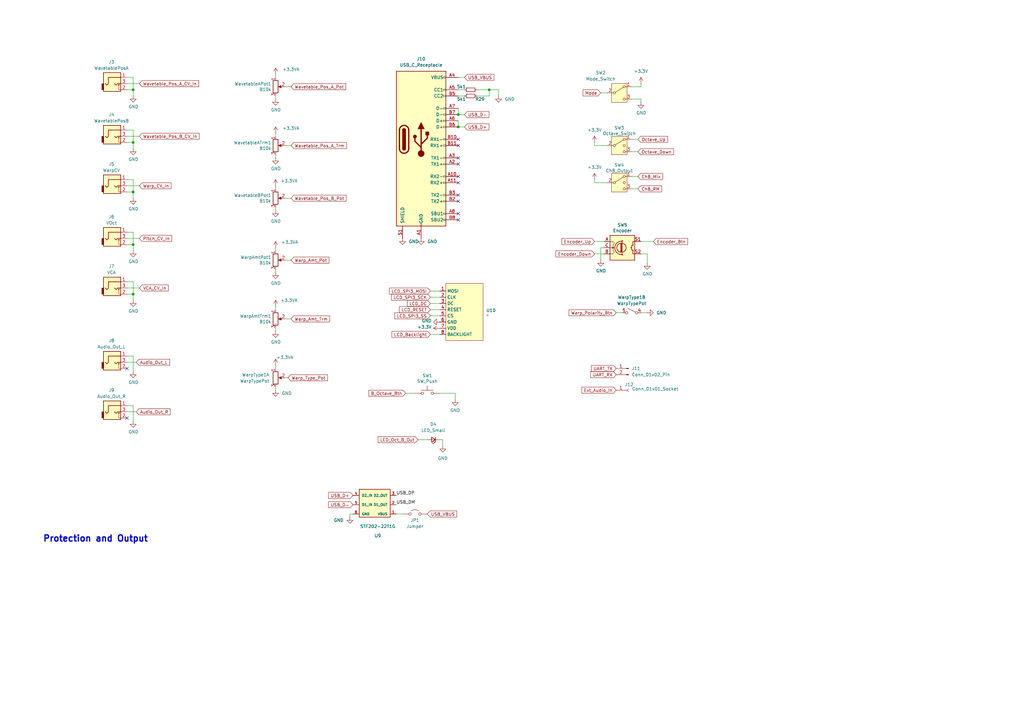
<source format=kicad_sch>
(kicad_sch (version 20231120) (generator "eeschema") (generator_version "8.0")
  (paper "A3")
  (title_block (title "Kishoof Components") (date "2024-04-09") (rev "1.0") (company "Mountjoy Modular"))
  (lib_symbols
    (symbol "Connector:Conn_01x01_Socket" (pin_names (offset 1.016) hide)
      (property "Reference" "J" (at 0 2.54 0))
      (property "Value" "Conn_01x01_Socket" (at 0 -2.54 0))
      (symbol "Conn_01x01_Socket_1_1"
        (polyline (pts (xy -1.27 0) (xy -0.508 0)) (stroke (width 0.1524)))
        (arc (start 0 0.508) (mid -0.5058 0) (end 0 -0.508) (stroke (width 0.1524)))
        (pin passive line (at -5.08 0 0) (length 3.81) (name "Pin_1") (number "1"))
      )
    )
    (symbol "Connector:Conn_01x02_Pin" (pin_names (offset 1.016) hide)
      (property "Reference" "J" (at 0 2.54 0))
      (property "Value" "Conn_01x02_Pin" (at 0 -5.08 0))
      (symbol "Conn_01x02_Pin_1_1"
        (polyline (pts (xy 1.27 -2.54) (xy 0.8636 -2.54)) (stroke (width 0.1524)))
        (polyline (pts (xy 1.27 0) (xy 0.8636 0)) (stroke (width 0.1524)))
        (rectangle (start 0.8636 -2.413) (end 0 -2.667) (stroke (width 0.1524)) (fill (type outline)))
        (rectangle (start 0.8636 0.127) (end 0 -0.127) (stroke (width 0.1524)) (fill (type outline)))
        (pin passive line (at 5.08 0 180) (length 3.81) (name "Pin_1") (number "1"))
        (pin passive line (at 5.08 -2.54 180) (length 3.81) (name "Pin_2") (number "2"))
      )
    )
    (symbol "Connector:USB_C_Receptacle" (pin_names (offset 1.016))
      (property "Reference" "J" (at -10.16 29.21 0))
      (property "Value" "USB_C_Receptacle" (at 10.16 29.21 0))
      (symbol "USB_C_Receptacle_0_0"
        (rectangle (start -0.254 -35.56) (end 0.254 -34.544))
        (rectangle (start 10.16 -32.766) (end 9.144 -33.274))
        (rectangle (start 10.16 -30.226) (end 9.144 -30.734))
        (rectangle (start 10.16 -25.146) (end 9.144 -25.654))
        (rectangle (start 10.16 -22.606) (end 9.144 -23.114))
        (rectangle (start 10.16 -17.526) (end 9.144 -18.034))
        (rectangle (start 10.16 -14.986) (end 9.144 -15.494))
        (rectangle (start 10.16 -9.906) (end 9.144 -10.414))
        (rectangle (start 10.16 -7.366) (end 9.144 -7.874))
        (rectangle (start 10.16 -2.286) (end 9.144 -2.794))
        (rectangle (start 10.16 0.254) (end 9.144 -0.254))
        (rectangle (start 10.16 5.334) (end 9.144 4.826))
        (rectangle (start 10.16 7.874) (end 9.144 7.366))
        (rectangle (start 10.16 10.414) (end 9.144 9.906))
        (rectangle (start 10.16 12.954) (end 9.144 12.446))
        (rectangle (start 10.16 18.034) (end 9.144 17.526))
        (rectangle (start 10.16 20.574) (end 9.144 20.066))
        (rectangle (start 10.16 25.654) (end 9.144 25.146))
      )
      (symbol "USB_C_Receptacle_0_1"
        (rectangle (start -10.16 27.94) (end 10.16 -35.56) (stroke (width 0.254)) (fill (type background)))
        (arc (start -8.89 -3.81) (mid -6.985 -5.7067) (end -5.08 -3.81) (stroke (width 0.508)))
        (arc (start -7.62 -3.81) (mid -6.985 -4.4423) (end -6.35 -3.81) (stroke (width 0.254)))
        (arc (start -7.62 -3.81) (mid -6.985 -4.4423) (end -6.35 -3.81) (stroke (width 0.254)) (fill (type outline)))
        (rectangle (start -7.62 -3.81) (end -6.35 3.81) (stroke (width 0.254)) (fill (type outline)))
        (arc (start -6.35 3.81) (mid -6.985 4.4423) (end -7.62 3.81) (stroke (width 0.254)))
        (arc (start -6.35 3.81) (mid -6.985 4.4423) (end -7.62 3.81) (stroke (width 0.254)) (fill (type outline)))
        (arc (start -5.08 3.81) (mid -6.985 5.7067) (end -8.89 3.81) (stroke (width 0.508)))
        (polyline (pts (xy -8.89 -3.81) (xy -8.89 3.81)) (stroke (width 0.508)))
        (polyline (pts (xy -5.08 3.81) (xy -5.08 -3.81)) (stroke (width 0.508)))
      )
      (symbol "USB_C_Receptacle_1_1"
        (circle (center -2.54 1.143) (radius 0.635) (stroke (width 0.254)) (fill (type outline)))
        (circle (center 0 -5.842) (radius 1.27) (fill (type outline)))
        (polyline (pts (xy 0 -5.842) (xy 0 4.318)) (stroke (width 0.508)))
        (polyline (pts (xy 0 -3.302) (xy -2.54 -0.762) (xy -2.54 0.508)) (stroke (width 0.508)))
        (polyline (pts (xy 0 -2.032) (xy 2.54 0.508) (xy 2.54 1.778)) (stroke (width 0.508)))
        (polyline (pts (xy -1.27 4.318) (xy 0 6.858) (xy 1.27 4.318) (xy -1.27 4.318)) (stroke (width 0.254)) (fill (type outline)))
        (rectangle (start 1.905 1.778) (end 3.175 3.048) (stroke (width 0.254)) (fill (type outline)))
        (pin passive line (at 0 -40.64 90) (length 5.08) (name "GND") (number "A1"))
        (pin bidirectional line (at 15.24 -15.24 180) (length 5.08) (name "RX2-") (number "A10"))
        (pin bidirectional line (at 15.24 -17.78 180) (length 5.08) (name "RX2+") (number "A11"))
        (pin passive line (at 0 -40.64 90) (length 5.08) hide (name "GND") (number "A12"))
        (pin bidirectional line (at 15.24 -10.16 180) (length 5.08) (name "TX1+") (number "A2"))
        (pin bidirectional line (at 15.24 -7.62 180) (length 5.08) (name "TX1-") (number "A3"))
        (pin passive line (at 15.24 25.4 180) (length 5.08) (name "VBUS") (number "A4"))
        (pin bidirectional line (at 15.24 20.32 180) (length 5.08) (name "CC1") (number "A5"))
        (pin bidirectional line (at 15.24 7.62 180) (length 5.08) (name "D+") (number "A6"))
        (pin bidirectional line (at 15.24 12.7 180) (length 5.08) (name "D-") (number "A7"))
        (pin bidirectional line (at 15.24 -30.48 180) (length 5.08) (name "SBU1") (number "A8"))
        (pin passive line (at 15.24 25.4 180) (length 5.08) hide (name "VBUS") (number "A9"))
        (pin passive line (at 0 -40.64 90) (length 5.08) hide (name "GND") (number "B1"))
        (pin bidirectional line (at 15.24 0 180) (length 5.08) (name "RX1-") (number "B10"))
        (pin bidirectional line (at 15.24 -2.54 180) (length 5.08) (name "RX1+") (number "B11"))
        (pin passive line (at 0 -40.64 90) (length 5.08) hide (name "GND") (number "B12"))
        (pin bidirectional line (at 15.24 -25.4 180) (length 5.08) (name "TX2+") (number "B2"))
        (pin bidirectional line (at 15.24 -22.86 180) (length 5.08) (name "TX2-") (number "B3"))
        (pin passive line (at 15.24 25.4 180) (length 5.08) hide (name "VBUS") (number "B4"))
        (pin bidirectional line (at 15.24 17.78 180) (length 5.08) (name "CC2") (number "B5"))
        (pin bidirectional line (at 15.24 5.08 180) (length 5.08) (name "D+") (number "B6"))
        (pin bidirectional line (at 15.24 10.16 180) (length 5.08) (name "D-") (number "B7"))
        (pin bidirectional line (at 15.24 -33.02 180) (length 5.08) (name "SBU2") (number "B8"))
        (pin passive line (at 15.24 25.4 180) (length 5.08) hide (name "VBUS") (number "B9"))
        (pin passive line (at -7.62 -40.64 90) (length 5.08) (name "SHIELD") (number "S1"))
      )
    )
    (symbol "Device:LED_Small" (pin_numbers hide) (pin_names (offset 0.254) hide)
      (property "Reference" "D" (at -1.27 3.175 0))
      (property "Value" "LED_Small" (at -4.445 -2.54 0))
      (symbol "LED_Small_0_1"
        (polyline (pts (xy -0.762 -1.016) (xy -0.762 1.016)) (stroke (width 0.254)))
        (polyline (pts (xy 1.016 0) (xy -0.762 0)))
        (polyline (pts (xy 0.762 -1.016) (xy -0.762 0) (xy 0.762 1.016) (xy 0.762 -1.016)) (stroke (width 0.254)))
        (polyline (pts (xy 0 0.762) (xy -0.508 1.27) (xy -0.254 1.27) (xy -0.508 1.27) (xy -0.508 1.016)))
        (polyline (pts (xy 0.508 1.27) (xy 0 1.778) (xy 0.254 1.778) (xy 0 1.778) (xy 0 1.524)))
      )
      (symbol "LED_Small_1_1"
        (pin passive line (at -2.54 0 0) (length 1.778) (name "K") (number "1"))
        (pin passive line (at 2.54 0 180) (length 1.778) (name "A") (number "2"))
      )
    )
    (symbol "Device:R_Potentiometer" (pin_names (offset 1.016) hide)
      (property "Reference" "RV" (at -4.445 0 90))
      (property "Value" "R_Potentiometer" (at -2.54 0 90))
      (symbol "R_Potentiometer_0_1"
        (polyline (pts (xy 2.54 0) (xy 1.524 0)))
        (polyline (pts (xy 1.143 0) (xy 2.286 0.508) (xy 2.286 -0.508) (xy 1.143 0)) (fill (type outline)))
        (rectangle (start 1.016 2.54) (end -1.016 -2.54) (stroke (width 0.254)))
      )
      (symbol "R_Potentiometer_1_1"
        (pin passive line (at 0 3.81 270) (length 1.27) (name "1") (number "1"))
        (pin passive line (at 3.81 0 180) (length 1.27) (name "2") (number "2"))
        (pin passive line (at 0 -3.81 90) (length 1.27) (name "3") (number "3"))
      )
    )
    (symbol "Device:R_Small" (pin_numbers hide) (pin_names (offset 0.254) hide)
      (property "Reference" "R" (at 0.762 0.508 0))
      (property "Value" "R_Small" (at 0.762 -1.016 0))
      (symbol "R_Small_0_1"
        (rectangle (start -0.762 1.778) (end 0.762 -1.778) (stroke (width 0.2032)))
      )
      (symbol "R_Small_1_1"
        (pin passive line (at 0 2.54 270) (length 0.762) (name "~") (number "1"))
        (pin passive line (at 0 -2.54 90) (length 0.762) (name "~") (number "2"))
      )
    )
    (symbol "Device:RotaryEncoder_Switch" (pin_names (offset 0.254) hide)
      (property "Reference" "SW" (at 0 6.604 0))
      (property "Value" "RotaryEncoder_Switch" (at 0 -6.604 0))
      (symbol "RotaryEncoder_Switch_0_1"
        (rectangle (start -5.08 5.08) (end 5.08 -5.08) (stroke (width 0.254)) (fill (type background)))
        (circle (center -3.81 0) (radius 0.254) (fill (type outline)))
        (circle (center -0.381 0) (radius 1.905) (stroke (width 0.254)))
        (arc (start -0.381 2.667) (mid -3.0988 -0.0635) (end -0.381 -2.794) (stroke (width 0.254)))
        (polyline (pts (xy -0.635 -1.778) (xy -0.635 1.778)) (stroke (width 0.254)))
        (polyline (pts (xy -0.381 -1.778) (xy -0.381 1.778)) (stroke (width 0.254)))
        (polyline (pts (xy -0.127 1.778) (xy -0.127 -1.778)) (stroke (width 0.254)))
        (polyline (pts (xy 3.81 0) (xy 3.429 0)) (stroke (width 0.254)))
        (polyline (pts (xy 3.81 1.016) (xy 3.81 -1.016)) (stroke (width 0.254)))
        (polyline (pts (xy -5.08 -2.54) (xy -3.81 -2.54) (xy -3.81 -2.032)))
        (polyline (pts (xy -5.08 2.54) (xy -3.81 2.54) (xy -3.81 2.032)))
        (polyline (pts (xy 0.254 -3.048) (xy -0.508 -2.794) (xy 0.127 -2.413)) (stroke (width 0.254)))
        (polyline (pts (xy 0.254 2.921) (xy -0.508 2.667) (xy 0.127 2.286)) (stroke (width 0.254)))
        (polyline (pts (xy 5.08 -2.54) (xy 4.318 -2.54) (xy 4.318 -1.016)) (stroke (width 0.254)))
        (polyline (pts (xy 5.08 2.54) (xy 4.318 2.54) (xy 4.318 1.016)) (stroke (width 0.254)))
        (polyline (pts (xy -5.08 0) (xy -3.81 0) (xy -3.81 -1.016) (xy -3.302 -2.032)))
        (polyline (pts (xy -4.318 0) (xy -3.81 0) (xy -3.81 1.016) (xy -3.302 2.032)))
        (circle (center 4.318 -1.016) (radius 0.127) (stroke (width 0.254)))
        (circle (center 4.318 1.016) (radius 0.127) (stroke (width 0.254)))
      )
      (symbol "RotaryEncoder_Switch_1_1"
        (pin passive line (at -7.62 2.54 0) (length 2.54) (name "A") (number "A"))
        (pin passive line (at -7.62 -2.54 0) (length 2.54) (name "B") (number "B"))
        (pin passive line (at -7.62 0 0) (length 2.54) (name "C") (number "C"))
        (pin passive line (at 7.62 2.54 180) (length 2.54) (name "S1") (number "S1"))
        (pin passive line (at 7.62 -2.54 180) (length 2.54) (name "S2") (number "S2"))
      )
    )
    (symbol "Jumper:Jumper_2_Open" (pin_numbers hide) (pin_names (offset 0) hide) (exclude_from_sim yes)
      (property "Reference" "JP" (at 0 2.794 0))
      (property "Value" "Jumper_2_Open" (at 0 -2.286 0))
      (symbol "Jumper_2_Open_0_0"
        (circle (center -2.032 0) (radius 0.508))
        (circle (center 2.032 0) (radius 0.508))
      )
      (symbol "Jumper_2_Open_0_1"
        (arc (start 1.524 1.27) (mid 0 1.778) (end -1.524 1.27))
      )
      (symbol "Jumper_2_Open_1_1"
        (pin passive line (at -5.08 0 0) (length 2.54) (name "A") (number "1"))
        (pin passive line (at 5.08 0 180) (length 2.54) (name "B") (number "2"))
      )
    )
    (symbol "Mountjoy:LCD_Riser"
      (property "Reference" "U" (at 0 -14.732 0))
      (symbol "LCD_Riser_0_0"
        (pin input line (at -10.16 7.62 0) (length 2.54) (name "MOSI") (number "1"))
        (pin input line (at -10.16 5.08 0) (length 2.54) (name "CLK") (number "2"))
        (pin input line (at -10.16 2.54 0) (length 2.54) (name "DC") (number "3"))
        (pin input line (at -10.16 0 0) (length 2.54) (name "RESET") (number "4"))
        (pin input line (at -10.16 -2.54 0) (length 2.54) (name "CS") (number "5"))
        (pin power_in line (at -10.16 -5.08 0) (length 2.54) (name "GND") (number "6"))
        (pin power_in line (at -10.16 -7.62 0) (length 2.54) (name "VDD") (number "7"))
        (pin input line (at -10.16 -10.16 0) (length 2.54) (name "BACKLIGHT") (number "8"))
      )
      (symbol "LCD_Riser_0_1"
        (rectangle (start -7.62 10.795) (end 7.62 -12.7) (fill (type background)))
      )
    )
    (symbol "Mountjoy:Switch_Potentiometer" (pin_names (offset 1.016) hide)
      (property "Reference" "RV" (at -7.62 1.27 90))
      (property "Value" "Switch_Potentiometer" (at -5.08 0 90))
      (symbol "Switch_Potentiometer_1_1"
        (rectangle (start -1.016 2.4892) (end 1.016 -2.5908) (stroke (width 0.254)))
        (polyline (pts (xy 1.27 0) (xy 2.413 0.508) (xy 2.413 -0.508) (xy 1.27 0)) (fill (type outline)))
        (pin passive line (at 0 3.81 270) (length 1.27) (name "1") (number "1"))
        (pin passive line (at 3.81 0 180) (length 1.27) (name "2") (number "2"))
        (pin passive line (at 0 -3.81 90) (length 1.27) (name "3") (number "3"))
      )
      (symbol "Switch_Potentiometer_2_0"
        (circle (center -1.9812 0) (radius 0.508))
        (polyline (pts (xy -1.4732 0.254) (xy 1.5748 1.778)))
        (circle (center 2.032 0) (radius 0.508))
      )
      (symbol "Switch_Potentiometer_2_1"
        (pin passive line (at -3.81 0 0) (length 1.27) (name "1") (number "4"))
        (pin passive line (at 3.81 0 180) (length 1.27) (name "2") (number "5"))
      )
    )
    (symbol "STF202-22T1G:STF202-22T1G" (pin_names (offset 1.016))
      (property "Reference" "U" (at -1.27 8.89 0))
      (property "Value" "STF202-22T1G" (at -7.62 -10.16 0))
      (symbol "STF202-22T1G_0_0"
        (rectangle (start -6.35 6.35) (end 6.35 -5.08) (stroke (width 0.254)) (fill (type background)))
        (pin bidirectional line (at 8.89 -3.81 180) (length 2.54) (name "VBUS") (number "1"))
        (pin bidirectional line (at 8.89 0 180) (length 2.54) (name "D1_OUT") (number "2"))
        (pin bidirectional line (at 8.89 3.81 180) (length 2.54) (name "D2_OUT") (number "3"))
        (pin bidirectional line (at -8.89 3.81 0) (length 2.54) (name "D2_IN") (number "4"))
        (pin bidirectional line (at -8.89 0 0) (length 2.54) (name "D1_IN") (number "5"))
        (pin power_in line (at -8.89 -3.81 0) (length 2.54) (name "GND") (number "6"))
      )
    )
    (symbol "Switch:SW_Push" (pin_numbers hide) (pin_names (offset 1.016) hide)
      (property "Reference" "SW" (at 1.27 2.54 0))
      (property "Value" "SW_Push" (at 0 -1.524 0))
      (symbol "SW_Push_0_1"
        (circle (center -2.032 0) (radius 0.508))
        (polyline (pts (xy 0 1.27) (xy 0 3.048)))
        (polyline (pts (xy 2.54 1.27) (xy -2.54 1.27)))
        (circle (center 2.032 0) (radius 0.508))
        (pin passive line (at -5.08 0 0) (length 2.54) (name "1") (number "1"))
        (pin passive line (at 5.08 0 180) (length 2.54) (name "2") (number "2"))
      )
    )
    (symbol "Switch:SW_SPDT" (pin_names (offset 0) hide)
      (property "Reference" "SW" (at 0 5.08 0))
      (property "Value" "SW_SPDT" (at 0 -5.08 0))
      (symbol "SW_SPDT_0_1"
        (circle (center -2.032 0) (radius 0.4572))
        (polyline (pts (xy -1.651 0.254) (xy 1.651 2.286)))
        (circle (center 2.032 -2.54) (radius 0.4572))
        (circle (center 2.032 2.54) (radius 0.4572))
      )
      (symbol "SW_SPDT_1_1"
        (rectangle (start -3.175 3.81) (end 3.175 -3.81) (fill (type background)))
        (pin passive line (at 5.08 2.54 180) (length 2.54) (name "A") (number "1"))
        (pin passive line (at -5.08 0 0) (length 2.54) (name "B") (number "2"))
        (pin passive line (at 5.08 -2.54 180) (length 2.54) (name "C") (number "3"))
      )
    )
    (symbol "Switch:SW_SPDT_MSM" (pin_names (offset 0) hide)
      (property "Reference" "SW" (at 0 5.08 0))
      (property "Value" "SW_SPDT_MSM" (at 0 -5.08 0))
      (symbol "SW_SPDT_MSM_0_1"
        (circle (center -2.032 0) (radius 0.4572))
        (polyline (pts (xy -1.651 0.254) (xy 1.651 2.286)))
        (circle (center 2.032 -2.54) (radius 0.4572))
        (circle (center 2.032 0) (radius 0.4572))
        (circle (center 2.032 2.54) (radius 0.4572))
      )
      (symbol "SW_SPDT_MSM_1_1"
        (rectangle (start -3.175 3.81) (end 3.175 -3.81) (fill (type background)))
        (pin passive line (at 5.08 2.54 180) (length 2.54) (name "1") (number "1"))
        (pin passive line (at -5.08 0 0) (length 2.54) (name "3") (number "2"))
        (pin passive line (at 5.08 -2.54 180) (length 2.54) (name "4") (number "3"))
      )
    )
    (symbol "power:+3.3V" (power) (pin_numbers hide) (pin_names (offset 0) hide)
      (property "Value" "+3.3V" (at 0 3.556 0))
      (symbol "+3.3V_0_1"
        (polyline (pts (xy -0.762 1.27) (xy 0 2.54)))
        (polyline (pts (xy 0 0) (xy 0 2.54)))
        (polyline (pts (xy 0 2.54) (xy 0.762 1.27)))
      )
      (symbol "+3.3V_1_1"
        (pin power_in line (at 0 0 90) (length 0) (name "~") (number "1"))
      )
    )
    (symbol "power:+3.3VA" (power) (pin_numbers hide) (pin_names (offset 0) hide)
      (property "Value" "+3.3VA" (at 0 3.556 0))
      (symbol "+3.3VA_0_1"
        (polyline (pts (xy -0.762 1.27) (xy 0 2.54)))
        (polyline (pts (xy 0 0) (xy 0 2.54)))
        (polyline (pts (xy 0 2.54) (xy 0.762 1.27)))
      )
      (symbol "+3.3VA_1_1"
        (pin power_in line (at 0 0 90) (length 0) (name "~") (number "1"))
      )
    )
    (symbol "power:GND" (power) (pin_numbers hide) (pin_names (offset 0) hide)
      (property "Value" "GND" (at 0 -3.81 0))
      (symbol "GND_0_1"
        (polyline (pts (xy 0 0) (xy 0 -1.27) (xy 1.27 -1.27) (xy 0 -2.54) (xy -1.27 -1.27) (xy 0 -1.27)))
      )
      (symbol "GND_1_1"
        (pin power_in line (at 0 0 270) (length 0) (name "~") (number "1"))
      )
    )
    (symbol "thonkiconn:AudioJack2_Ground_Switch" (pin_names (offset 1.016))
      (property "Reference" "J" (at 0 8.89 0))
      (property "Value" "AudioJack2_Ground_Switch" (at 0 6.35 0))
      (symbol "AudioJack2_Ground_Switch_0_1"
        (rectangle (start -4.445 -2.54) (end -5.207 0) (fill (type outline)))
        (polyline (pts (xy 1.778 -0.254) (xy 2.032 -0.762)))
        (polyline (pts (xy 0 0) (xy 0.635 -0.635) (xy 1.27 0) (xy 2.54 0)) (stroke (width 0.254)))
        (polyline (pts (xy 2.54 -2.54) (xy 1.778 -2.54) (xy 1.778 -0.254) (xy 1.524 -0.762)))
        (polyline (pts (xy 2.54 2.54) (xy -2.54 2.54) (xy -2.54 0) (xy -3.175 -0.635) (xy -3.81 0)) (stroke (width 0.254)))
        (rectangle (start 2.54 -3.175) (end -4.572 4.445) (stroke (width 0.254)) (fill (type background)))
      )
      (symbol "AudioJack2_Ground_Switch_1_1"
        (pin passive line (at 5.08 2.54 180) (length 2.54) (name "~") (number "1"))
        (pin passive line (at 5.08 -2.54 180) (length 2.54) (name "~") (number "2"))
        (pin passive line (at 5.08 0 180) (length 2.54) (name "~") (number "3"))
      )
    )
  )
  (junction (at 54.61 78.74))
  (junction (at 54.61 36.83))
  (junction (at 54.61 58.42))
  (junction (at 200.66 36.83))
  (junction (at 54.61 120.65))
  (junction (at 54.61 100.33))
  (junction (at 187.96 52.07))
  (junction (at 187.96 46.99))
  (no_connect (at 187.96 57.15))
  (no_connect (at 187.96 67.31))
  (no_connect (at 187.96 64.77))
  (no_connect (at 187.96 80.01))
  (no_connect (at 52.07 171.45))
  (no_connect (at 187.96 74.93))
  (no_connect (at 187.96 90.17))
  (no_connect (at 187.96 59.69))
  (no_connect (at 187.96 82.55))
  (no_connect (at 187.96 72.39))
  (no_connect (at 52.07 151.13))
  (no_connect (at 187.96 87.63))
  (wire (pts (xy 187.96 52.07) (xy 190.5 52.07)))
  (wire (pts (xy 54.61 31.75) (xy 54.61 36.83)))
  (wire (pts (xy 54.61 146.05) (xy 54.61 152.4)))
  (wire (pts (xy 176.53 124.46) (xy 180.34 124.46)))
  (wire (pts (xy 113.03 30.48) (xy 113.03 31.75)))
  (wire (pts (xy 52.07 146.05) (xy 54.61 146.05)))
  (wire (pts (xy 243.84 104.14) (xy 247.65 104.14)))
  (wire (pts (xy 54.61 53.34) (xy 54.61 58.42)))
  (wire (pts (xy 186.69 161.29) (xy 186.69 163.83)))
  (wire (pts (xy 113.03 149.86) (xy 113.03 151.13)))
  (wire (pts (xy 113.03 63.5) (xy 113.03 64.77)))
  (wire (pts (xy 176.53 137.16) (xy 180.34 137.16)))
  (wire (pts (xy 243.84 58.42) (xy 243.84 59.69)))
  (wire (pts (xy 54.61 166.37) (xy 54.61 172.72)))
  (wire (pts (xy 54.61 115.57) (xy 54.61 120.65)))
  (wire (pts (xy 162.56 210.82) (xy 165.1 210.82)))
  (wire (pts (xy 52.07 58.42) (xy 54.61 58.42)))
  (wire (pts (xy 243.84 73.66) (xy 243.84 74.93)))
  (wire (pts (xy 195.58 39.37) (xy 200.66 39.37)))
  (wire (pts (xy 259.08 72.39) (xy 261.62 72.39)))
  (wire (pts (xy 113.03 125.73) (xy 113.03 127)))
  (wire (pts (xy 52.07 120.65) (xy 54.61 120.65)))
  (wire (pts (xy 195.58 36.83) (xy 200.66 36.83)))
  (wire (pts (xy 54.61 120.65) (xy 54.61 123.19)))
  (wire (pts (xy 52.07 100.33) (xy 54.61 100.33)))
  (wire (pts (xy 262.89 34.29) (xy 262.89 35.56)))
  (wire (pts (xy 52.07 36.83) (xy 54.61 36.83)))
  (wire (pts (xy 176.53 119.38) (xy 180.34 119.38)))
  (wire (pts (xy 113.03 101.6) (xy 113.03 102.87)))
  (wire (pts (xy 118.11 154.94) (xy 116.84 154.94)))
  (wire (pts (xy 116.84 35.56) (xy 119.38 35.56)))
  (wire (pts (xy 52.07 95.25) (xy 54.61 95.25)))
  (wire (pts (xy 52.07 78.74) (xy 54.61 78.74)))
  (wire (pts (xy 259.08 35.56) (xy 262.89 35.56)))
  (wire (pts (xy 259.08 57.15) (xy 261.62 57.15)))
  (wire (pts (xy 248.92 59.69) (xy 243.84 59.69)))
  (wire (pts (xy 113.03 39.37) (xy 113.03 40.64)))
  (wire (pts (xy 171.45 180.34) (xy 175.26 180.34)))
  (wire (pts (xy 52.07 53.34) (xy 54.61 53.34)))
  (wire (pts (xy 259.08 62.23) (xy 261.62 62.23)))
  (wire (pts (xy 187.96 49.53) (xy 187.96 52.07)))
  (wire (pts (xy 246.38 101.6) (xy 247.65 101.6)))
  (wire (pts (xy 52.07 73.66) (xy 54.61 73.66)))
  (wire (pts (xy 52.07 115.57) (xy 54.61 115.57)))
  (wire (pts (xy 54.61 78.74) (xy 54.61 81.28)))
  (wire (pts (xy 113.03 110.49) (xy 113.03 111.76)))
  (wire (pts (xy 180.34 180.34) (xy 181.61 180.34)))
  (wire (pts (xy 143.51 210.82) (xy 144.78 210.82)))
  (wire (pts (xy 52.07 34.29) (xy 57.15 34.29)))
  (wire (pts (xy 113.03 54.61) (xy 113.03 55.88)))
  (wire (pts (xy 262.89 40.64) (xy 262.89 41.91)))
  (wire (pts (xy 259.08 77.47) (xy 261.62 77.47)))
  (wire (pts (xy 262.89 99.06) (xy 267.97 99.06)))
  (wire (pts (xy 116.84 59.69) (xy 119.38 59.69)))
  (wire (pts (xy 143.51 212.09) (xy 143.51 210.82)))
  (wire (pts (xy 166.37 161.29) (xy 170.18 161.29)))
  (wire (pts (xy 113.03 160.02) (xy 113.03 158.75)))
  (wire (pts (xy 180.34 161.29) (xy 186.69 161.29)))
  (wire (pts (xy 54.61 95.25) (xy 54.61 100.33)))
  (wire (pts (xy 116.84 81.28) (xy 119.38 81.28)))
  (wire (pts (xy 265.43 104.14) (xy 265.43 107.95)))
  (wire (pts (xy 243.84 99.06) (xy 247.65 99.06)))
  (wire (pts (xy 52.07 55.88) (xy 57.15 55.88)))
  (wire (pts (xy 190.5 31.75) (xy 187.96 31.75)))
  (wire (pts (xy 190.5 46.99) (xy 187.96 46.99)))
  (wire (pts (xy 113.03 76.2) (xy 113.03 77.47)))
  (wire (pts (xy 116.84 106.68) (xy 119.38 106.68)))
  (wire (pts (xy 54.61 36.83) (xy 54.61 39.37)))
  (wire (pts (xy 259.08 40.64) (xy 262.89 40.64)))
  (wire (pts (xy 113.03 134.62) (xy 113.03 135.89)))
  (wire (pts (xy 248.92 74.93) (xy 243.84 74.93)))
  (wire (pts (xy 52.07 76.2) (xy 57.15 76.2)))
  (wire (pts (xy 52.07 148.59) (xy 55.88 148.59)))
  (wire (pts (xy 52.07 97.79) (xy 57.15 97.79)))
  (wire (pts (xy 248.92 38.1) (xy 246.38 38.1)))
  (wire (pts (xy 113.03 85.09) (xy 113.03 86.36)))
  (wire (pts (xy 204.47 36.83) (xy 200.66 36.83)))
  (wire (pts (xy 187.96 39.37) (xy 190.5 39.37)))
  (wire (pts (xy 52.07 166.37) (xy 54.61 166.37)))
  (wire (pts (xy 187.96 36.83) (xy 190.5 36.83)))
  (wire (pts (xy 187.96 44.45) (xy 187.96 46.99)))
  (wire (pts (xy 52.07 168.91) (xy 55.88 168.91)))
  (wire (pts (xy 54.61 100.33) (xy 54.61 102.87)))
  (wire (pts (xy 54.61 73.66) (xy 54.61 78.74)))
  (wire (pts (xy 204.47 39.37) (xy 204.47 36.83)))
  (wire (pts (xy 52.07 118.11) (xy 57.15 118.11)))
  (wire (pts (xy 200.66 36.83) (xy 200.66 39.37)))
  (wire (pts (xy 116.84 130.81) (xy 119.38 130.81)))
  (wire (pts (xy 262.89 128.27) (xy 265.43 128.27)))
  (wire (pts (xy 176.53 129.54) (xy 180.34 129.54)))
  (wire (pts (xy 252.73 128.27) (xy 255.27 128.27)))
  (wire (pts (xy 262.89 104.14) (xy 265.43 104.14)))
  (wire (pts (xy 246.38 106.68) (xy 246.38 101.6)))
  (wire (pts (xy 181.61 180.34) (xy 181.61 182.88)))
  (wire (pts (xy 176.53 121.92) (xy 180.34 121.92)))
  (wire (pts (xy 54.61 58.42) (xy 54.61 60.96)))
  (wire (pts (xy 52.07 31.75) (xy 54.61 31.75)))
  (wire (pts (xy 176.53 127) (xy 180.34 127)))
  (text "Protection and Output" (at 17.526 222.504 0) (effects (font (size 2.54 2.54) (thickness 0.508) (bold yes)) (justify left bottom)))
  (label "USB_DM" (at 162.56 207.01 0))
  (label "USB_DP" (at 162.56 203.2 0))
  (global_label "USB_VBUS" (shape input) (at 190.5 31.75 0) (property "Intersheetrefs" "${INTERSHEET_REFS}" (effects (hide yes))))
  (global_label "USB_D-" (shape input) (at 144.78 207.01 180) (property "Intersheetrefs" "${INTERSHEET_REFS}" (effects (hide yes))))
  (global_label "B_Octave_Btn" (shape input) (at 166.37 161.29 180) (property "Intersheetrefs" "${INTERSHEET_REFS}" (effects (hide yes))))
  (global_label "LCD_SPI3_MOSI" (shape input) (at 176.53 119.38 180) (property "Intersheetrefs" "${INTERSHEET_REFS}" (effects (hide yes))))
  (global_label "Octave_Up" (shape input) (at 261.62 57.15 0) (property "Intersheetrefs" "${INTERSHEET_REFS}" (effects (hide yes))))
  (global_label "LCD_SPI3_SS" (shape input) (at 176.53 129.54 180) (property "Intersheetrefs" "${INTERSHEET_REFS}" (effects (hide yes))))
  (global_label "Audio_Out_R" (shape input) (at 55.88 168.91 0) (property "Intersheetrefs" "${INTERSHEET_REFS}" (effects (hide yes))))
  (global_label "Warp_Type_Pot" (shape input) (at 118.11 154.94 0) (property "Intersheetrefs" "${INTERSHEET_REFS}" (effects (hide yes))))
  (global_label "USB_VBUS" (shape input) (at 175.26 210.82 0) (property "Intersheetrefs" "${INTERSHEET_REFS}" (effects (hide yes))))
  (global_label "Encoder_Btn" (shape input) (at 267.97 99.06 0) (property "Intersheetrefs" "${INTERSHEET_REFS}" (effects (hide yes))))
  (global_label "UART_RX" (shape input) (at 252.73 153.67 180) (property "Intersheetrefs" "${INTERSHEET_REFS}" (effects (hide yes))))
  (global_label "Warp_Polarity_Btn" (shape input) (at 252.73 128.27 180) (property "Intersheetrefs" "${INTERSHEET_REFS}" (effects (hide yes))))
  (global_label "ChB_RM" (shape input) (at 261.62 77.47 0) (property "Intersheetrefs" "${INTERSHEET_REFS}" (effects (hide yes))))
  (global_label "Ext_Audio_In" (shape input) (at 252.73 160.02 180) (property "Intersheetrefs" "${INTERSHEET_REFS}" (effects (hide yes))))
  (global_label "Wavetable_Pos_A_CV_In" (shape input) (at 57.15 34.29 0) (property "Intersheetrefs" "${INTERSHEET_REFS}" (effects (hide yes))))
  (global_label "Audio_Out_L" (shape input) (at 55.88 148.59 0) (property "Intersheetrefs" "${INTERSHEET_REFS}" (effects (hide yes))))
  (global_label "Wavetable_Pos_A_Pot" (shape input) (at 119.38 35.56 0) (property "Intersheetrefs" "${INTERSHEET_REFS}" (effects (hide yes))))
  (global_label "Warp_CV_In" (shape input) (at 57.15 76.2 0) (property "Intersheetrefs" "${INTERSHEET_REFS}" (effects (hide yes))))
  (global_label "VCA_CV_In" (shape input) (at 57.15 118.11 0) (property "Intersheetrefs" "${INTERSHEET_REFS}" (effects (hide yes))))
  (global_label "Octave_Down" (shape input) (at 261.62 62.23 0) (property "Intersheetrefs" "${INTERSHEET_REFS}" (effects (hide yes))))
  (global_label "LCD_DC" (shape input) (at 176.53 124.46 180) (property "Intersheetrefs" "${INTERSHEET_REFS}" (effects (hide yes))))
  (global_label "Wavetable_Pos_A_Trm" (shape input) (at 119.38 59.69 0) (property "Intersheetrefs" "${INTERSHEET_REFS}" (effects (hide yes))))
  (global_label "Warp_Amt_Trm" (shape input) (at 119.38 130.81 0) (property "Intersheetrefs" "${INTERSHEET_REFS}" (effects (hide yes))))
  (global_label "USB_D-" (shape input) (at 190.5 46.99 0) (property "Intersheetrefs" "${INTERSHEET_REFS}" (effects (hide yes))))
  (global_label "LCD_Backlight" (shape input) (at 176.53 137.16 180) (property "Intersheetrefs" "${INTERSHEET_REFS}" (effects (hide yes))))
  (global_label "UART_TX" (shape input) (at 252.73 151.13 180) (property "Intersheetrefs" "${INTERSHEET_REFS}" (effects (hide yes))))
  (global_label "LED_Oct_B_Out" (shape input) (at 171.45 180.34 180) (property "Intersheetrefs" "${INTERSHEET_REFS}" (effects (hide yes))))
  (global_label "LCD_RESET" (shape input) (at 176.53 127 180) (property "Intersheetrefs" "${INTERSHEET_REFS}" (effects (hide yes))))
  (global_label "Wavetable_Pos_B_Pot" (shape input) (at 119.38 81.28 0) (property "Intersheetrefs" "${INTERSHEET_REFS}" (effects (hide yes))))
  (global_label "Pitch_CV_In" (shape input) (at 57.15 97.79 0) (property "Intersheetrefs" "${INTERSHEET_REFS}" (effects (hide yes))))
  (global_label "USB_D+" (shape input) (at 144.78 203.2 180) (property "Intersheetrefs" "${INTERSHEET_REFS}" (effects (hide yes))))
  (global_label "ChB_Mix" (shape input) (at 261.62 72.39 0) (property "Intersheetrefs" "${INTERSHEET_REFS}" (effects (hide yes))))
  (global_label "Encoder_Up" (shape input) (at 243.84 99.06 180) (property "Intersheetrefs" "${INTERSHEET_REFS}" (effects (hide yes))))
  (global_label "Mode" (shape input) (at 246.38 38.1 180) (property "Intersheetrefs" "${INTERSHEET_REFS}" (effects (hide yes))))
  (global_label "Wavetable_Pos_B_CV_In" (shape input) (at 57.15 55.88 0) (property "Intersheetrefs" "${INTERSHEET_REFS}" (effects (hide yes))))
  (global_label "USB_D+" (shape input) (at 190.5 52.07 0) (property "Intersheetrefs" "${INTERSHEET_REFS}" (effects (hide yes))))
  (global_label "LCD_SPI3_SCK" (shape input) (at 176.53 121.92 180) (property "Intersheetrefs" "${INTERSHEET_REFS}" (effects (hide yes))))
  (global_label "Warp_Amt_Pot" (shape input) (at 119.38 106.68 0) (property "Intersheetrefs" "${INTERSHEET_REFS}" (effects (hide yes))))
  (global_label "Encoder_Down" (shape input) (at 243.84 104.14 180) (property "Intersheetrefs" "${INTERSHEET_REFS}" (effects (hide yes))))
  (symbol (lib_id "power:GND") (at 180.34 132.08 270) (unit 1)
    (property "Reference" "#PWR022" (effects (hide yes)))
    (property "Value" "GND" (at 177.038 131.572 90) (effects (justify right)))
    (property "Description" "Power symbol creates a global label with name \"GND\" , ground" (effects (hide yes)))
  )
  (symbol (lib_id "power:+3.3VA") (at 113.03 76.2 0) (unit 1)
    (property "Reference" "#PWR012" (effects (hide yes)))
    (property "Value" "+3.3VA" (at 115.062 74.168 0) (effects (justify left)))
    (property "Description" "Power symbol creates a global label with name \"+3.3VA\"" (effects (hide yes)))
  )
  (symbol (lib_id "power:+3.3V") (at 262.89 34.29 0) (unit 1)
    (property "Reference" "#PWR030" (effects (hide yes)))
    (property "Value" "+3.3V" (at 262.89 29.21 0))
    (property "Description" "Power symbol creates a global label with name \"+3.3V\"" (effects (hide yes)))
  )
  (symbol (lib_id "Connector:Conn_01x02_Pin") (at 257.81 151.13 0) (mirror y) (unit 1)
    (property "Reference" "J11" (at 259.08 151.1299 0) (effects (justify right)))
    (property "Value" "Conn_01x02_Pin" (at 259.08 153.6699 0) (effects (justify right)))
    (property "Footprint" "Connector_PinHeader_2.54mm:PinHeader_1x02_P2.54mm_Vertical" (effects (hide yes)))
    (property "Description" "Generic connector, single row, 01x02, script generated" (effects (hide yes)))
  )
  (symbol (lib_id "power:+3.3V") (at 180.34 134.62 90) (unit 1)
    (property "Reference" "#PWR023" (effects (hide yes)))
    (property "Value" "+3.3V" (at 177.038 134.112 90) (effects (justify left)))
    (property "Description" "Power symbol creates a global label with name \"+3.3V\"" (effects (hide yes)))
  )
  (symbol (lib_id "power:GND") (at 172.72 97.79 0) (unit 1)
    (property "Reference" "#PWR021" (effects (hide yes)))
    (property "Value" "GND" (at 175.26 99.0599 0) (effects (justify left)))
    (property "Description" "Power symbol creates a global label with name \"GND\" , ground" (effects (hide yes)))
  )
  (symbol (lib_id "power:GND") (at 262.89 41.91 0) (unit 1)
    (property "Reference" "#PWR031" (effects (hide yes)))
    (property "Value" "GND" (at 263.017 46.3042 0))
    (property "Description" "Power symbol creates a global label with name \"GND\" , ground" (effects (hide yes)))
  )
  (symbol (lib_id "Device:R_Potentiometer") (at 113.03 130.81 0) (unit 1)
    (property "Reference" "WarpAmtTrm1" (at 111.2774 129.6416 0) (effects (justify right)))
    (property "Value" "B10k" (at 111.2774 131.953 0) (effects (justify right)))
    (property "Footprint" "Custom_Footprints:Alpha_9mm_Potentiometer_Aligned" (effects (hide yes)))
    (property "Description" "Potentiometer" (effects (hide yes)))
  )
  (symbol (lib_id "Device:R_Potentiometer") (at 113.03 81.28 0) (unit 1)
    (property "Reference" "WavetableBPot1" (at 111.2774 80.1116 0) (effects (justify right)))
    (property "Value" "B10k" (at 111.2774 82.423 0) (effects (justify right)))
    (property "Footprint" "Custom_Footprints:Alpha_9mm_Potentiometer_Aligned" (effects (hide yes)))
    (property "Description" "Potentiometer" (effects (hide yes)))
  )
  (symbol (lib_id "power:+3.3V") (at 243.84 58.42 0) (unit 1)
    (property "Reference" "#PWR027" (effects (hide yes)))
    (property "Value" "+3.3V" (at 243.84 53.34 0))
    (property "Description" "Power symbol creates a global label with name \"+3.3V\"" (effects (hide yes)))
  )
  (symbol (lib_id "power:GND") (at 113.03 160.02 0) (mirror y) (unit 1)
    (property "Reference" "#PWR019" (effects (hide yes)))
    (property "Value" "GND" (at 115.57 161.2899 0) (effects (justify right)))
    (property "Description" "Power symbol creates a global label with name \"GND\" , ground" (effects (hide yes)))
  )
  (symbol (lib_id "thonkiconn:AudioJack2_Ground_Switch") (at 46.99 34.29 0) (unit 1)
    (property "Reference" "J3" (at 45.72 25.4 0))
    (property "Value" "WavetablePosA" (at 45.72 27.94 0))
    (property "Footprint" "Custom_Footprints:THONKICONN_hole" (effects (hide yes)))
    (property "Description" "Audio Jack, 2 Poles (Mono / TS), Switched Pole (Normalling)" (effects (hide yes)))
  )
  (symbol (lib_id "thonkiconn:AudioJack2_Ground_Switch") (at 46.99 148.59 0) (unit 1)
    (property "Reference" "J8" (at 45.72 139.7 0))
    (property "Value" "Audio_Out_L" (at 45.72 142.24 0))
    (property "Footprint" "Custom_Footprints:THONKICONN_hole" (effects (hide yes)))
    (property "Description" "Audio Jack, 2 Poles (Mono / TS), Switched Pole (Normalling)" (effects (hide yes)))
  )
  (symbol (lib_id "thonkiconn:AudioJack2_Ground_Switch") (at 46.99 55.88 0) (unit 1)
    (property "Reference" "J4" (at 45.72 46.99 0))
    (property "Value" "WavetablePosB" (at 45.72 49.53 0))
    (property "Footprint" "Custom_Footprints:THONKICONN_hole" (effects (hide yes)))
    (property "Description" "Audio Jack, 2 Poles (Mono / TS), Switched Pole (Normalling)" (effects (hide yes)))
  )
  (symbol (lib_id "power:GND") (at 265.43 128.27 90) (mirror x) (unit 1)
    (property "Reference" "#PWR033" (effects (hide yes)))
    (property "Value" "GND" (at 269.24 128.2699 90) (effects (justify right)))
    (property "Description" "Power symbol creates a global label with name \"GND\" , ground" (effects (hide yes)))
  )
  (symbol (lib_id "power:GND") (at 54.61 123.19 0) (unit 1)
    (property "Reference" "#PWR05" (effects (hide yes)))
    (property "Value" "GND" (at 54.737 127.5842 0))
    (property "Description" "Power symbol creates a global label with name \"GND\" , ground" (effects (hide yes)))
  )
  (symbol (lib_id "STF202-22T1G:STF202-22T1G") (at 153.67 207.01 0) (unit 1)
    (property "Reference" "U9" (at 154.94 219.71 0))
    (property "Value" "STF202-22T1G" (at 154.94 215.9 0))
    (property "Footprint" "Custom_Footprints:STF202-22T1G" (effects (hide yes)))
    (property "MF" "ON Semiconductor" (effects (hide yes)))
    (property "DESCRIPTION" "RC (Pi) EMI Filter 2nd Order Low Pass 2 Channel R = 22Ohms, C = 68pF SC-74, SOT-457" (effects (hide yes)))
    (property "PACKAGE" "TSOP-6 ON Semiconductor" (effects (hide yes)))
    (property "PRICE" "None" (effects (hide yes)))
    (property "MP" "STF202-22T1G" (effects (hide yes)))
    (property "AVAILABILITY" "In Stock" (effects (hide yes)))
    (property "PURCHASE-URL" "https://pricing.snapeda.com/search/part/STF202-22T1G/?ref=eda" (effects (hide yes)))
  )
  (symbol (lib_id "Device:R_Small") (at 193.04 36.83 90) (unit 1)
    (property "Reference" "R28" (effects (hide yes)))
    (property "Value" "5k1" (at 189.23 35.56 90))
    (property "Footprint" "Resistor_SMD:R_0603_1608Metric" (effects (hide yes)))
    (property "Description" "Resistor, small symbol" (effects (hide yes)))
    (property "Part_Number" "C23186" (effects (hide yes)))
  )
  (symbol (lib_id "Switch:SW_Push") (at 175.26 161.29 0) (unit 1)
    (property "Reference" "SW1" (at 175.26 154.051 0))
    (property "Value" "SW_Push" (at 175.26 156.3624 0))
    (property "Footprint" "Custom_Footprints:SW_PUSH_6mm_aligned" (effects (hide yes)))
    (property "Description" "Push button switch, generic, two pins" (effects (hide yes)))
  )
  (symbol (lib_id "Device:R_Small") (at 193.04 39.37 90) (unit 1)
    (property "Reference" "R29" (at 196.85 40.64 90))
    (property "Value" "5k1" (at 189.23 40.64 90))
    (property "Footprint" "Resistor_SMD:R_0603_1608Metric" (effects (hide yes)))
    (property "Description" "Resistor, small symbol" (effects (hide yes)))
    (property "Part_Number" "C23186" (effects (hide yes)))
  )
  (symbol (lib_id "power:GND") (at 186.69 163.83 0) (unit 1)
    (property "Reference" "#PWR025" (effects (hide yes)))
    (property "Value" "GND" (at 186.69 168.275 0))
    (property "Description" "Power symbol creates a global label with name \"GND\" , ground" (effects (hide yes)))
  )
  (symbol (lib_id "Mountjoy:Switch_Potentiometer") (at 113.03 154.94 0) (unit 1)
    (property "Reference" "WarpType1" (at 110.49 153.7207 0) (effects (justify right)))
    (property "Value" "WarpTypePot" (at 110.49 156.2607 0) (effects (justify right)))
    (property "Footprint" "Custom_Footprints:Bourns_Switch_Potentiometer" (effects (hide yes)))
    (property "Description" "Potentiometer" (effects (hide yes)))
  )
  (symbol (lib_id "Device:R_Potentiometer") (at 113.03 59.69 0) (unit 1)
    (property "Reference" "WavetableATrm1" (at 111.2774 58.5216 0) (effects (justify right)))
    (property "Value" "B10k" (at 111.2774 60.833 0) (effects (justify right)))
    (property "Footprint" "Custom_Footprints:Alpha_9mm_Potentiometer_Aligned" (effects (hide yes)))
    (property "Description" "Potentiometer" (effects (hide yes)))
  )
  (symbol (lib_id "power:GND") (at 204.47 39.37 0) (unit 1)
    (property "Reference" "#PWR026" (effects (hide yes)))
    (property "Value" "GND" (at 207.01 40.6399 0) (effects (justify left)))
    (property "Description" "Power symbol creates a global label with name \"GND\" , ground" (effects (hide yes)))
  )
  (symbol (lib_id "Switch:SW_SPDT") (at 254 38.1 0) (unit 1)
    (property "Reference" "SW2" (at 246.38 29.845 0))
    (property "Value" "Mode_Switch" (at 246.38 32.385 0))
    (property "Footprint" "Custom_Footprints:SPDT_Miniature" (effects (hide yes)))
    (property "Description" "Switch, single pole double throw" (effects (hide yes)))
  )
  (symbol (lib_id "power:GND") (at 165.1 97.79 0) (unit 1)
    (property "Reference" "#PWR020" (effects (hide yes)))
    (property "Value" "GND" (at 167.64 99.0599 0) (effects (justify left)))
    (property "Description" "Power symbol creates a global label with name \"GND\" , ground" (effects (hide yes)))
  )
  (symbol (lib_id "thonkiconn:AudioJack2_Ground_Switch") (at 46.99 118.11 0) (unit 1)
    (property "Reference" "J7" (at 45.72 109.22 0))
    (property "Value" "VCA" (at 45.72 111.76 0))
    (property "Footprint" "Custom_Footprints:THONKICONN_hole" (effects (hide yes)))
    (property "Description" "Audio Jack, 2 Poles (Mono / TS), Switched Pole (Normalling)" (effects (hide yes)))
  )
  (symbol (lib_id "power:GND") (at 113.03 111.76 0) (unit 1)
    (property "Reference" "#PWR015" (effects (hide yes)))
    (property "Value" "GND" (at 113.157 116.1542 0))
    (property "Description" "Power symbol creates a global label with name \"GND\" , ground" (effects (hide yes)))
  )
  (symbol (lib_id "power:+3.3V") (at 243.84 73.66 0) (unit 1)
    (property "Reference" "#PWR028" (effects (hide yes)))
    (property "Value" "+3.3V" (at 243.84 68.58 0))
    (property "Description" "Power symbol creates a global label with name \"+3.3V\"" (effects (hide yes)))
  )
  (symbol (lib_id "power:+3.3VA") (at 113.03 125.73 0) (unit 1)
    (property "Reference" "#PWR016" (effects (hide yes)))
    (property "Value" "+3.3VA" (at 115.062 123.19 0) (effects (justify left)))
    (property "Description" "Power symbol creates a global label with name \"+3.3VA\"" (effects (hide yes)))
  )
  (symbol (lib_id "thonkiconn:AudioJack2_Ground_Switch") (at 46.99 97.79 0) (unit 1)
    (property "Reference" "J6" (at 45.72 88.9 0))
    (property "Value" "VOct" (at 45.72 91.44 0))
    (property "Footprint" "Custom_Footprints:THONKICONN_hole" (effects (hide yes)))
    (property "Description" "Audio Jack, 2 Poles (Mono / TS), Switched Pole (Normalling)" (effects (hide yes)))
  )
  (symbol (lib_id "power:GND") (at 113.03 40.64 0) (unit 1)
    (property "Reference" "#PWR09" (effects (hide yes)))
    (property "Value" "GND" (at 113.157 45.0342 0))
    (property "Description" "Power symbol creates a global label with name \"GND\" , ground" (effects (hide yes)))
  )
  (symbol (lib_id "power:GND") (at 54.61 60.96 0) (unit 1)
    (property "Reference" "#PWR02" (effects (hide yes)))
    (property "Value" "GND" (at 54.737 65.3542 0))
    (property "Description" "Power symbol creates a global label with name \"GND\" , ground" (effects (hide yes)))
  )
  (symbol (lib_id "Mountjoy:LCD_Riser") (at 190.5 127 0) (unit 1)
    (property "Reference" "U10" (at 199.39 127.3174 0) (effects (justify left)))
    (property "Value" "~" (at 199.39 129.2225 0) (effects (justify left)))
    (property "Footprint" "Custom_Footprints:LCD_Riser" (effects (hide yes)))
  )
  (symbol (lib_id "thonkiconn:AudioJack2_Ground_Switch") (at 46.99 76.2 0) (unit 1)
    (property "Reference" "J5" (at 45.72 67.31 0))
    (property "Value" "WarpCV" (at 45.72 69.85 0))
    (property "Footprint" "Custom_Footprints:THONKICONN_hole" (effects (hide yes)))
    (property "Description" "Audio Jack, 2 Poles (Mono / TS), Switched Pole (Normalling)" (effects (hide yes)))
  )
  (symbol (lib_id "Mountjoy:Switch_Potentiometer") (at 259.08 128.27 0) (mirror y) (unit 2)
    (property "Reference" "WarpType1" (at 259.08 121.92 0))
    (property "Value" "WarpTypePot" (at 259.08 124.46 0))
    (property "Footprint" "Custom_Footprints:Bourns_Switch_Potentiometer" (effects (hide yes)))
    (property "Description" "Potentiometer" (effects (hide yes)))
  )
  (symbol (lib_id "power:GND") (at 113.03 86.36 0) (unit 1)
    (property "Reference" "#PWR013" (effects (hide yes)))
    (property "Value" "GND" (at 113.157 90.7542 0))
    (property "Description" "Power symbol creates a global label with name \"GND\" , ground" (effects (hide yes)))
  )
  (symbol (lib_id "Device:R_Potentiometer") (at 113.03 106.68 0) (unit 1)
    (property "Reference" "WarpAmtPot1" (at 111.2774 105.5116 0) (effects (justify right)))
    (property "Value" "B10k" (at 111.2774 107.823 0) (effects (justify right)))
    (property "Footprint" "Custom_Footprints:Alpha_9mm_Potentiometer_Aligned" (effects (hide yes)))
    (property "Description" "Potentiometer" (effects (hide yes)))
  )
  (symbol (lib_id "power:GND") (at 181.61 182.88 0) (mirror y) (unit 1)
    (property "Reference" "#PWR024" (effects (hide yes)))
    (property "Value" "GND" (at 181.61 187.96 0))
    (property "Description" "Power symbol creates a global label with name \"GND\" , ground" (effects (hide yes)))
  )
  (symbol (lib_id "Jumper:Jumper_2_Open") (at 170.18 210.82 0) (unit 1)
    (property "Reference" "JP1" (at 170.18 213.36 0))
    (property "Value" "Jumper" (at 170.18 215.9 0))
    (property "Footprint" "Jumper:SolderJumper-2_P1.3mm_Open_RoundedPad1.0x1.5mm" (effects (hide yes)))
    (property "Description" "Jumper, 2-pole, open" (effects (hide yes)))
  )
  (symbol (lib_id "power:GND") (at 113.03 135.89 0) (unit 1)
    (property "Reference" "#PWR017" (effects (hide yes)))
    (property "Value" "GND" (at 113.157 140.2842 0))
    (property "Description" "Power symbol creates a global label with name \"GND\" , ground" (effects (hide yes)))
  )
  (symbol (lib_id "Device:LED_Small") (at 177.8 180.34 180) (unit 1)
    (property "Reference" "D4" (at 177.7365 173.99 0))
    (property "Value" "LED_Small" (at 177.7365 176.53 0))
    (property "Footprint" "LED_THT:LED_D3.0mm_FlatTop" (effects (hide yes)))
    (property "Description" "Light emitting diode, small symbol" (effects (hide yes)))
  )
  (symbol (lib_id "power:+3.3VA") (at 113.03 54.61 0) (unit 1)
    (property "Reference" "#PWR010" (effects (hide yes)))
    (property "Value" "+3.3VA" (at 115.824 52.578 0) (effects (justify left)))
    (property "Description" "Power symbol creates a global label with name \"+3.3VA\"" (effects (hide yes)))
  )
  (symbol (lib_id "Switch:SW_SPDT_MSM") (at 254 59.69 0) (unit 1)
    (property "Reference" "SW3" (at 254 52.451 0))
    (property "Value" "Octave_Switch" (at 254 54.7624 0))
    (property "Footprint" "Custom_Footprints:SP3T_Mini_Switch" (effects (hide yes)))
    (property "Description" "Switch, single pole double throw, center OFF position" (effects (hide yes)))
  )
  (symbol (lib_id "thonkiconn:AudioJack2_Ground_Switch") (at 46.99 168.91 0) (unit 1)
    (property "Reference" "J9" (at 45.72 160.02 0))
    (property "Value" "Audio_Out_R" (at 45.72 162.56 0))
    (property "Footprint" "Custom_Footprints:THONKICONN_hole" (effects (hide yes)))
    (property "Description" "Audio Jack, 2 Poles (Mono / TS), Switched Pole (Normalling)" (effects (hide yes)))
  )
  (symbol (lib_id "Switch:SW_SPDT_MSM") (at 254 74.93 0) (unit 1)
    (property "Reference" "SW4" (at 254 67.691 0))
    (property "Value" "ChB_Output" (at 254 70.0024 0))
    (property "Footprint" "Custom_Footprints:SP3T_Mini_Switch" (effects (hide yes)))
    (property "Description" "Switch, single pole double throw, center OFF position" (effects (hide yes)))
  )
  (symbol (lib_id "power:GND") (at 54.61 172.72 0) (unit 1)
    (property "Reference" "#PWR07" (effects (hide yes)))
    (property "Value" "GND" (at 54.737 177.1142 0))
    (property "Description" "Power symbol creates a global label with name \"GND\" , ground" (effects (hide yes)))
  )
  (symbol (lib_id "power:GND") (at 54.61 39.37 0) (unit 1)
    (property "Reference" "#PWR01" (effects (hide yes)))
    (property "Value" "GND" (at 54.737 43.7642 0))
    (property "Description" "Power symbol creates a global label with name \"GND\" , ground" (effects (hide yes)))
  )
  (symbol (lib_id "Connector:USB_C_Receptacle") (at 172.72 57.15 0) (unit 1)
    (property "Reference" "J10" (at 172.72 24.13 0))
    (property "Value" "USB_C_Receptacle" (at 172.72 26.67 0))
    (property "Footprint" "Custom_Footprints:USB_C_Receptacle_Amphenol_12401951E412A" (effects (hide yes)))
    (property "Datasheet" "https://www.usb.org/sites/default/files/documents/usb_type-c.zip" (effects (hide yes)))
    (property "Description" "USB Full-Featured Type-C Receptacle connector" (effects (hide yes)))
  )
  (symbol (lib_id "Connector:Conn_01x01_Socket") (at 257.81 160.02 0) (unit 1)
    (property "Reference" "J12" (at 258.064 157.734 0))
    (property "Value" "Conn_01x01_Socket" (at 268.732 159.512 0))
    (property "Footprint" "Connector_PinHeader_2.54mm:PinHeader_1x01_P2.54mm_Vertical" (effects (hide yes)))
    (property "Description" "Generic connector, single row, 01x01, script generated" (effects (hide yes)))
  )
  (symbol (lib_id "power:GND") (at 54.61 152.4 0) (unit 1)
    (property "Reference" "#PWR06" (effects (hide yes)))
    (property "Value" "GND" (at 54.737 156.7942 0))
    (property "Description" "Power symbol creates a global label with name \"GND\" , ground" (effects (hide yes)))
  )
  (symbol (lib_id "power:GND") (at 246.38 106.68 0) (unit 1)
    (property "Reference" "#PWR029" (effects (hide yes)))
    (property "Value" "GND" (at 246.507 111.0742 0))
    (property "Description" "Power symbol creates a global label with name \"GND\" , ground" (effects (hide yes)))
  )
  (symbol (lib_id "power:+3.3VA") (at 113.03 30.48 0) (unit 1)
    (property "Reference" "#PWR08" (effects (hide yes)))
    (property "Value" "+3.3VA" (at 115.824 28.448 0) (effects (justify left)))
    (property "Description" "Power symbol creates a global label with name \"+3.3VA\"" (effects (hide yes)))
  )
  (symbol (lib_id "power:GND") (at 54.61 102.87 0) (unit 1)
    (property "Reference" "#PWR04" (effects (hide yes)))
    (property "Value" "GND" (at 54.737 107.2642 0))
    (property "Description" "Power symbol creates a global label with name \"GND\" , ground" (effects (hide yes)))
  )
  (symbol (lib_id "power:GND") (at 143.51 212.09 0) (unit 1)
    (property "Reference" "#PWR053" (effects (hide yes)))
    (property "Value" "GND" (at 140.97 213.3599 0) (effects (justify right)))
    (property "Description" "Power symbol creates a global label with name \"GND\" , ground" (effects (hide yes)))
  )
  (symbol (lib_id "power:+3.3VA") (at 113.03 149.86 0) (unit 1)
    (property "Reference" "#PWR018" (effects (hide yes)))
    (property "Value" "+3.3VA" (at 116.84 146.558 0))
    (property "Description" "Power symbol creates a global label with name \"+3.3VA\"" (effects (hide yes)))
  )
  (symbol (lib_id "power:GND") (at 54.61 81.28 0) (unit 1)
    (property "Reference" "#PWR03" (effects (hide yes)))
    (property "Value" "GND" (at 54.737 85.6742 0))
    (property "Description" "Power symbol creates a global label with name \"GND\" , ground" (effects (hide yes)))
  )
  (symbol (lib_id "power:GND") (at 113.03 64.77 0) (unit 1)
    (property "Reference" "#PWR011" (effects (hide yes)))
    (property "Value" "GND" (at 113.157 69.1642 0))
    (property "Description" "Power symbol creates a global label with name \"GND\" , ground" (effects (hide yes)))
  )
  (symbol (lib_id "power:GND") (at 265.43 107.95 0) (unit 1)
    (property "Reference" "#PWR032" (effects (hide yes)))
    (property "Value" "GND" (at 265.557 112.3442 0))
    (property "Description" "Power symbol creates a global label with name \"GND\" , ground" (effects (hide yes)))
  )
  (symbol (lib_id "Device:RotaryEncoder_Switch") (at 255.27 101.6 0) (unit 1)
    (property "Reference" "SW5" (at 255.27 92.2782 0))
    (property "Value" "Encoder" (at 255.27 94.5896 0))
    (property "Footprint" "Custom_Footprints:Encoder" (effects (hide yes)))
    (property "Description" "Rotary encoder, dual channel, incremental quadrate outputs, with switch" (effects (hide yes)))
  )
  (symbol (lib_id "Device:R_Potentiometer") (at 113.03 35.56 0) (unit 1)
    (property "Reference" "WavetableAPot1" (at 111.2774 34.3916 0) (effects (justify right)))
    (property "Value" "B10k" (at 111.2774 36.703 0) (effects (justify right)))
    (property "Footprint" "Custom_Footprints:Alpha_9mm_Potentiometer_Aligned" (effects (hide yes)))
    (property "Description" "Potentiometer" (effects (hide yes)))
  )
  (symbol (lib_id "power:+3.3VA") (at 113.03 101.6 0) (unit 1)
    (property "Reference" "#PWR014" (effects (hide yes)))
    (property "Value" "+3.3VA" (at 115.316 99.314 0) (effects (justify left)))
    (property "Description" "Power symbol creates a global label with name \"+3.3VA\"" (effects (hide yes)))
  )
)
</source>
